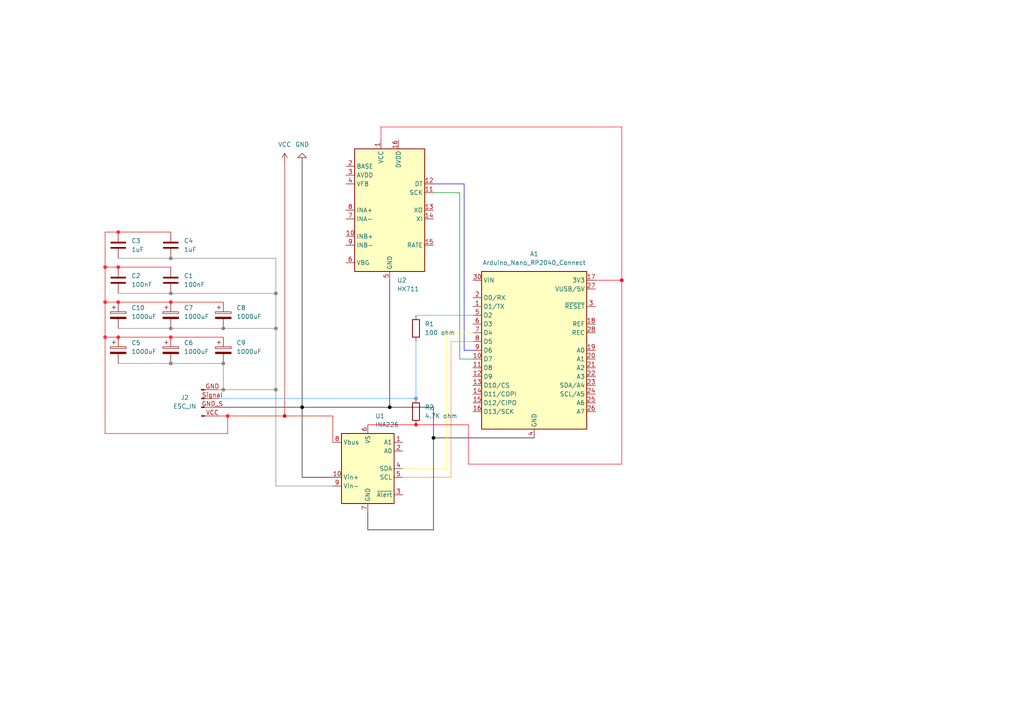
<source format=kicad_sch>
(kicad_sch (version 20250114) (generator "eeschema") (generator_version "9.0")
  (paper "A4")
  (lib_symbols
    (symbol "Analog_ADC:HX711"
      (property "Reference" "U2" (at 2.1433 -20.32 0))
      (property "Value" "HX711" (at 2.1433 -22.86 0))
      (symbol "HX711_0_1"
        (rectangle (start -10.16 17.78) (end 10.16 -17.78) (stroke (width 0.254)) (fill (type background)))
      )
      (symbol "HX711_1_1"
        (pin passive line (at -12.7 12.7 0) (length 2.54) (name "BASE") (number "2"))
        (pin power_in line (at -12.7 10.16 0) (length 2.54) (name "AVDD") (number "3"))
        (pin input line (at -12.7 7.62 0) (length 2.54) (name "VFB") (number "4"))
        (pin input line (at -12.7 0 0) (length 2.54) (name "INA+") (number "8"))
        (pin input line (at -12.7 -2.54 0) (length 2.54) (name "INA-") (number "7"))
        (pin input line (at -12.7 -7.62 0) (length 2.54) (name "INB+") (number "10"))
        (pin input line (at -12.7 -10.16 0) (length 2.54) (name "INB-") (number "9"))
        (pin passive line (at -12.7 -15.24 0) (length 2.54) (name "VBG") (number "6"))
        (pin power_in line (at -2.54 20.32 270) (length 2.54) (name "VCC") (number "1"))
        (pin power_in line (at 0 -20.32 90) (length 2.54) (name "GND") (number "5"))
        (pin power_in line (at 2.54 20.32 270) (length 2.54) (name "DVDD") (number "16"))
        (pin output line (at 12.7 7.62 180) (length 2.54) (name "DT") (number "12"))
        (pin input line (at 12.7 5.08 180) (length 2.54) (name "SCK") (number "11"))
        (pin passive line (at 12.7 0 180) (length 2.54) (name "XO") (number "13"))
        (pin passive line (at 12.7 -2.54 180) (length 2.54) (name "XI") (number "14"))
        (pin input line (at 12.7 -10.16 180) (length 2.54) (name "RATE") (number "15"))
      )
    )
    (symbol "C_Polarized_1" (pin_numbers (hide yes)) (pin_names (offset 0.254) (hide yes))
      (property "Reference" "C" (at 0.635 2.54 0))
      (property "Value" "C_Polarized" (at 0.635 -2.54 0))
      (symbol "C_Polarized_1_0_1"
        (rectangle (start -2.286 0.508) (end 2.286 1.016))
        (polyline (pts (xy -1.778 2.286) (xy -0.762 2.286)))
        (polyline (pts (xy -1.27 2.794) (xy -1.27 1.778)))
        (rectangle (start 2.286 -0.508) (end -2.286 -1.016) (fill (type outline)))
      )
      (symbol "C_Polarized_1_1_1"
        (pin passive line (at 0 3.81 270) (length 2.794) (name "~") (number "1"))
        (pin passive line (at 0 -3.81 90) (length 2.794) (name "~") (number "2"))
      )
    )
    (symbol "Conn_01x04_Pin_1" (pin_names (offset 1.016) (hide yes))
      (property "Reference" "J2" (at 0.635 7.62 0))
      (property "Value" "ESC_IN" (at 0.635 5.08 0))
      (symbol "Conn_01x04_Pin_1_1_1"
        (rectangle (start 0.8636 2.667) (end 0 2.413) (stroke (width 0.1524)) (fill (type outline)))
        (rectangle (start 0.8636 0.127) (end 0 -0.127) (stroke (width 0.1524)) (fill (type outline)))
        (rectangle (start 0.8636 -2.413) (end 0 -2.667) (stroke (width 0.1524)) (fill (type outline)))
        (rectangle (start 0.8636 -4.953) (end 0 -5.207) (stroke (width 0.1524)) (fill (type outline)))
        (polyline (pts (xy 1.27 2.54) (xy 0.8636 2.54)) (stroke (width 0.1524)))
        (polyline (pts (xy 1.27 0) (xy 0.8636 0)) (stroke (width 0.1524)))
        (polyline (pts (xy 1.27 -2.54) (xy 0.8636 -2.54)) (stroke (width 0.1524)))
        (polyline (pts (xy 1.27 -5.08) (xy 0.8636 -5.08)) (stroke (width 0.1524)))
        (pin passive line (at 5.08 2.54 180) (length 3.81) (name "Pin_1") (number "GND"))
        (pin passive line (at 5.08 0 180) (length 3.81) (name "Pin_2") (number "Signal"))
        (pin passive line (at 5.08 -2.54 180) (length 3.81) (name "Pin_3") (number "GND_S"))
        (pin passive line (at 5.08 -5.08 180) (length 3.81) (name "Pin_4") (number "VCC"))
      )
    )
    (symbol "Device:C" (pin_numbers (hide yes)) (pin_names (offset 0.254))
      (property "Reference" "C" (at 0.635 2.54 0))
      (property "Value" "C" (at 0.635 -2.54 0))
      (symbol "C_0_1"
        (polyline (pts (xy -2.032 0.762) (xy 2.032 0.762)) (stroke (width 0.508)))
        (polyline (pts (xy -2.032 -0.762) (xy 2.032 -0.762)) (stroke (width 0.508)))
      )
      (symbol "C_1_1"
        (pin passive line (at 0 3.81 270) (length 2.794) (name "~") (number "1"))
        (pin passive line (at 0 -3.81 90) (length 2.794) (name "~") (number "2"))
      )
    )
    (symbol "Device:C_Polarized" (pin_numbers (hide yes)) (pin_names (offset 0.254))
      (property "Reference" "C" (at 0.635 2.54 0))
      (property "Value" "C_Polarized" (at 0.635 -2.54 0))
      (symbol "C_Polarized_0_1"
        (rectangle (start -2.286 0.508) (end 2.286 1.016))
        (polyline (pts (xy -1.778 2.286) (xy -0.762 2.286)))
        (polyline (pts (xy -1.27 2.794) (xy -1.27 1.778)))
        (rectangle (start 2.286 -0.508) (end -2.286 -1.016) (fill (type outline)))
      )
      (symbol "C_Polarized_1_1"
        (pin passive line (at 0 3.81 270) (length 2.794) (name "~") (number "1"))
        (pin passive line (at 0 -3.81 90) (length 2.794) (name "~") (number "2"))
      )
    )
    (symbol "Device:R" (pin_numbers (hide yes)) (pin_names (offset 0))
      (property "Reference" "R" (at 2.032 0 90))
      (property "Value" "R" (at 0 0 90))
      (symbol "R_0_1"
        (rectangle (start -1.016 -2.54) (end 1.016 2.54) (stroke (width 0.254)))
      )
      (symbol "R_1_1"
        (pin passive line (at 0 3.81 270) (length 1.27) (name "~") (number "1"))
        (pin passive line (at 0 -3.81 90) (length 1.27) (name "~") (number "2"))
      )
    )
    (symbol "MCU_Module:Arduino_Nano_RP2040_Connect"
      (property "Reference" "A" (at -14.986 23.622 0))
      (property "Value" "Arduino_Nano_RP2040_Connect" (at 3.81 -25.654 0))
      (symbol "Arduino_Nano_RP2040_Connect_0_1"
        (rectangle (start -15.24 22.86) (end 15.24 -22.86) (stroke (width 0.254)) (fill (type background)))
      )
      (symbol "Arduino_Nano_RP2040_Connect_1_1"
        (pin power_in line (at -17.78 20.32 0) (length 2.54) (name "VIN") (number "30"))
        (pin bidirectional line (at -17.78 15.24 0) (length 2.54) (name "D0/RX") (number "2"))
        (pin bidirectional line (at -17.78 12.7 0) (length 2.54) (name "D1/TX") (number "1"))
        (pin bidirectional line (at -17.78 10.16 0) (length 2.54) (name "D2") (number "5"))
        (pin bidirectional line (at -17.78 7.62 0) (length 2.54) (name "D3") (number "6"))
        (pin bidirectional line (at -17.78 5.08 0) (length 2.54) (name "D4") (number "7"))
        (pin bidirectional line (at -17.78 2.54 0) (length 2.54) (name "D5") (number "8"))
        (pin bidirectional line (at -17.78 0 0) (length 2.54) (name "D6") (number "9"))
        (pin bidirectional line (at -17.78 -2.54 0) (length 2.54) (name "D7") (number "10"))
        (pin bidirectional line (at -17.78 -5.08 0) (length 2.54) (name "D8") (number "11"))
        (pin bidirectional line (at -17.78 -7.62 0) (length 2.54) (name "D9") (number "12"))
        (pin bidirectional line (at -17.78 -10.16 0) (length 2.54) (name "D10/CS") (number "13"))
        (pin bidirectional line (at -17.78 -12.7 0) (length 2.54) (name "D11/COPI") (number "14"))
        (pin bidirectional line (at -17.78 -15.24 0) (length 2.54) (name "D12/CIPO") (number "15"))
        (pin bidirectional line (at -17.78 -17.78 0) (length 2.54) (name "D13/SCK") (number "16"))
        (pin passive line (at 0 -25.4 90) (length 2.54) (hide yes) (name "GND") (number "29"))
        (pin power_in line (at 0 -25.4 90) (length 2.54) (name "GND") (number "4"))
        (pin power_out line (at 17.78 20.32 180) (length 2.54) (name "3V3") (number "17"))
        (pin power_out line (at 17.78 17.78 180) (length 2.54) (name "VUSB/5V") (number "27"))
        (pin input line (at 17.78 12.7 180) (length 2.54) (name "~{RESET}") (number "3"))
        (pin passive line (at 17.78 7.62 180) (length 2.54) (name "REF") (number "18"))
        (pin input line (at 17.78 5.08 180) (length 2.54) (name "REC") (number "28"))
        (pin bidirectional line (at 17.78 0 180) (length 2.54) (name "A0") (number "19"))
        (pin bidirectional line (at 17.78 -2.54 180) (length 2.54) (name "A1") (number "20"))
        (pin bidirectional line (at 17.78 -5.08 180) (length 2.54) (name "A2") (number "21"))
        (pin bidirectional line (at 17.78 -7.62 180) (length 2.54) (name "A3") (number "22"))
        (pin bidirectional line (at 17.78 -10.16 180) (length 2.54) (name "SDA/A4") (number "23"))
        (pin bidirectional line (at 17.78 -12.7 180) (length 2.54) (name "SCL/A5") (number "24"))
        (pin bidirectional line (at 17.78 -15.24 180) (length 2.54) (name "A6") (number "25"))
        (pin bidirectional line (at 17.78 -17.78 180) (length 2.54) (name "A7") (number "26"))
      )
    )
    (symbol "Sensor_Energy:INA226"
      (property "Reference" "U" (at -6.35 11.43 0))
      (property "Value" "INA226" (at 3.81 11.43 0))
      (symbol "INA226_0_1"
        (rectangle (start 7.62 10.16) (end -7.62 -10.16) (stroke (width 0.254)) (fill (type background)))
      )
      (symbol "INA226_1_1"
        (pin input line (at -10.16 7.62 0) (length 2.54) (name "Vbus") (number "8"))
        (pin input line (at -10.16 -2.54 0) (length 2.54) (name "Vin+") (number "10"))
        (pin input line (at -10.16 -5.08 0) (length 2.54) (name "Vin-") (number "9"))
        (pin power_in line (at 0 12.7 270) (length 2.54) (name "VS") (number "6"))
        (pin power_in line (at 0 -12.7 90) (length 2.54) (name "GND") (number "7"))
        (pin input line (at 10.16 7.62 180) (length 2.54) (name "A1") (number "1"))
        (pin input line (at 10.16 5.08 180) (length 2.54) (name "A0") (number "2"))
        (pin bidirectional line (at 10.16 0 180) (length 2.54) (name "SDA") (number "4"))
        (pin input line (at 10.16 -2.54 180) (length 2.54) (name "SCL") (number "5"))
        (pin open_collector line (at 10.16 -7.62 180) (length 2.54) (name "~{Alert}") (number "3"))
      )
    )
    (symbol "power:GND" (power) (pin_numbers (hide yes)) (pin_names (offset 0) (hide yes))
      (property "Value" "GND" (at 0 -3.81 0))
      (symbol "GND_0_1"
        (polyline (pts (xy 0 0) (xy 0 -1.27) (xy 1.27 -1.27) (xy 0 -2.54) (xy -1.27 -1.27) (xy 0 -1.27)))
      )
      (symbol "GND_1_1"
        (pin power_in line (at 0 0 270) (length 0) (name "~") (number "1"))
      )
    )
    (symbol "power:VCC" (power) (pin_numbers (hide yes)) (pin_names (offset 0) (hide yes))
      (property "Value" "VCC" (at 0 3.556 0))
      (symbol "VCC_0_1"
        (polyline (pts (xy -0.762 1.27) (xy 0 2.54)))
        (polyline (pts (xy 0 2.54) (xy 0.762 1.27)))
        (polyline (pts (xy 0 0) (xy 0 2.54)))
      )
      (symbol "VCC_1_1"
        (pin power_in line (at 0 0 90) (length 0) (name "~") (number "1"))
      )
    )
  )
  (junction (at 34.29 87.63) (color 255 38 41 1))
  (junction (at 80.01 85.09) (color 128 128 128 1))
  (junction (at 30.48 87.63) (color 255 38 41 1))
  (junction (at 30.48 97.79) (color 255 38 41 1))
  (junction (at 30.48 77.47) (color 255 38 41 1))
  (junction (at 49.53 87.63) (color 255 38 41 1))
  (junction (at 64.77 105.41) (color 128 128 128 1))
  (junction (at 34.29 77.47) (color 255 38 41 1))
  (junction (at 49.53 85.09) (color 128 128 128 1))
  (junction (at 113.03 118.11) (color 0 0 0 1))
  (junction (at 82.55 120.65) (color 228 12 0 1))
  (junction (at 80.01 95.25) (color 128 128 128 1))
  (junction (at 64.77 95.25) (color 128 128 128 1))
  (junction (at 34.29 67.31) (color 255 38 41 1))
  (junction (at 64.77 113.03) (color 128 128 128 1))
  (junction (at 49.53 95.25) (color 128 128 128 1))
  (junction (at 66.04 120.65) (color 255 38 41 1))
  (junction (at 180.34 81.28) (color 255 0 25 1))
  (junction (at 125.73 127) (color 0 0 0 1))
  (junction (at 49.53 74.93) (color 128 128 128 1))
  (junction (at 87.63 118.11) (color 0 0 0 1))
  (junction (at 120.65 123.19) (color 255 18 18 1))
  (junction (at 120.65 115.57) (color 69 160 255 1))
  (junction (at 49.53 105.41) (color 128 128 128 1))
  (junction (at 80.01 113.03) (color 128 128 128 1))
  (junction (at 34.29 97.79) (color 255 38 41 1))
  (junction (at 49.53 97.79) (color 255 38 41 1))
  (wire (pts (xy 34.29 105.41) (xy 49.53 105.41)) (stroke (width 0) (color 128 128 128 1)))
  (wire (pts (xy 110.49 36.83) (xy 180.34 36.83)) (stroke (width 0) (color 255 0 25 1)))
  (wire (pts (xy 120.65 115.57) (xy 63.5 115.57)) (stroke (width 0) (color 69 160 255 1)))
  (wire (pts (xy 80.01 74.93) (xy 80.01 85.09)) (stroke (width 0) (color 128 128 128 1)))
  (wire (pts (xy 49.53 95.25) (xy 64.77 95.25)) (stroke (width 0) (color 128 128 128 1)))
  (wire (pts (xy 106.68 153.67) (xy 106.68 148.59)) (stroke (width 0) (color 0 0 0 1)))
  (wire (pts (xy 110.49 40.64) (xy 110.49 36.83)) (stroke (width 0) (color 255 0 25 1)))
  (wire (pts (xy 120.65 91.44) (xy 137.16 91.44)) (stroke (width 0) (color 69 160 255 1)))
  (wire (pts (xy 125.73 127) (xy 125.73 153.67)) (stroke (width 0) (color 0 0 0 1)))
  (wire (pts (xy 135.89 123.19) (xy 135.89 134.62)) (stroke (width 0) (color 255 0 25 1)))
  (wire (pts (xy 87.63 118.11) (xy 113.03 118.11)) (stroke (width 0) (color 0 0 0 1)))
  (wire (pts (xy 64.77 113.03) (xy 80.01 113.03)) (stroke (width 0) (color 128 128 128 1)))
  (wire (pts (xy 134.62 53.34) (xy 134.62 101.6)) (stroke (width 0) (color 0 0 255 1)))
  (wire (pts (xy 63.5 113.03) (xy 64.77 113.03)) (stroke (width 0) (color 128 128 128 1)))
  (wire (pts (xy 49.53 105.41) (xy 64.77 105.41)) (stroke (width 0) (color 128 128 128 1)))
  (wire (pts (xy 87.63 138.43) (xy 96.52 138.43)) (stroke (width 0) (color 0 0 0 1)))
  (wire (pts (xy 125.73 55.88) (xy 133.35 55.88)))
  (wire (pts (xy 125.73 127) (xy 125.73 118.11)) (stroke (width 0) (color 0 0 0 1)))
  (wire (pts (xy 80.01 95.25) (xy 80.01 113.03)) (stroke (width 0) (color 128 128 128 1)))
  (wire (pts (xy 49.53 97.79) (xy 64.77 97.79)) (stroke (width 0) (color 228 12 0 1)))
  (wire (pts (xy 64.77 105.41) (xy 64.77 113.03)) (stroke (width 0) (color 128 128 128 1)))
  (wire (pts (xy 154.94 127) (xy 125.73 127)) (stroke (width 0) (color 0 0 0 1)))
  (wire (pts (xy 34.29 77.47) (xy 49.53 77.47)) (stroke (width 0) (color 228 12 0 1)))
  (wire (pts (xy 30.48 125.73) (xy 30.48 97.79)) (stroke (width 0) (color 228 12 0 1)))
  (wire (pts (xy 49.53 74.93) (xy 80.01 74.93)) (stroke (width 0) (color 128 128 128 1)))
  (wire (pts (xy 30.48 77.47) (xy 34.29 77.47)) (stroke (width 0) (color 228 12 0 1)))
  (wire (pts (xy 30.48 87.63) (xy 30.48 77.47)) (stroke (width 0) (color 228 12 0 1)))
  (wire (pts (xy 96.52 120.65) (xy 96.52 128.27)) (stroke (width 0) (color 228 12 0 1)))
  (wire (pts (xy 30.48 97.79) (xy 34.29 97.79)) (stroke (width 0) (color 228 12 0 1)))
  (wire (pts (xy 133.35 55.88) (xy 133.35 104.14)))
  (wire (pts (xy 130.81 138.43) (xy 130.81 99.06)) (stroke (width 0) (color 255 137 9 1)))
  (wire (pts (xy 125.73 118.11) (xy 113.03 118.11)) (stroke (width 0) (color 0 0 0 1)))
  (wire (pts (xy 125.73 53.34) (xy 134.62 53.34)) (stroke (width 0) (color 0 0 255 1)))
  (wire (pts (xy 87.63 46.99) (xy 87.63 118.11)) (stroke (width 0) (color 0 0 0 1)))
  (wire (pts (xy 87.63 118.11) (xy 87.63 138.43)) (stroke (width 0) (color 0 0 0 1)))
  (wire (pts (xy 66.04 125.73) (xy 30.48 125.73)) (stroke (width 0) (color 228 12 0 1)))
  (wire (pts (xy 180.34 36.83) (xy 180.34 81.28)) (stroke (width 0) (color 255 0 25 1)))
  (wire (pts (xy 130.81 99.06) (xy 137.16 99.06)) (stroke (width 0) (color 255 137 9 1)))
  (wire (pts (xy 80.01 113.03) (xy 80.01 140.97)) (stroke (width 0) (color 128 128 128 1)))
  (wire (pts (xy 34.29 85.09) (xy 49.53 85.09)) (stroke (width 0) (color 128 128 128 1)))
  (wire (pts (xy 113.03 81.28) (xy 113.03 118.11)) (stroke (width 0) (color 0 0 0 1)))
  (wire (pts (xy 34.29 87.63) (xy 49.53 87.63)) (stroke (width 0) (color 228 12 0 1)))
  (wire (pts (xy 82.55 120.65) (xy 96.52 120.65)) (stroke (width 0) (color 228 12 0 1)))
  (wire (pts (xy 63.5 118.11) (xy 87.63 118.11)) (stroke (width 0) (color 0 0 0 1)))
  (wire (pts (xy 34.29 67.31) (xy 49.53 67.31)) (stroke (width 0) (color 228 12 0 1)))
  (wire (pts (xy 96.52 140.97) (xy 80.01 140.97)) (stroke (width 0) (color 128 128 128 1)))
  (wire (pts (xy 34.29 74.93) (xy 49.53 74.93)) (stroke (width 0) (color 128 128 128 1)))
  (wire (pts (xy 82.55 46.99) (xy 82.55 120.65)) (stroke (width 0) (color 228 12 0 1)))
  (wire (pts (xy 172.72 81.28) (xy 180.34 81.28)) (stroke (width 0) (color 255 0 25 1)))
  (wire (pts (xy 133.35 104.14) (xy 137.16 104.14)))
  (wire (pts (xy 30.48 77.47) (xy 30.48 67.31)) (stroke (width 0) (color 228 12 0 1)))
  (wire (pts (xy 64.77 95.25) (xy 80.01 95.25)) (stroke (width 0) (color 128 128 128 1)))
  (wire (pts (xy 63.5 120.65) (xy 66.04 120.65)) (stroke (width 0) (color 228 12 0 1)))
  (wire (pts (xy 180.34 81.28) (xy 180.34 134.62)) (stroke (width 0) (color 255 0 25 1)))
  (wire (pts (xy 135.89 134.62) (xy 180.34 134.62)) (stroke (width 0) (color 255 0 25 1)))
  (wire (pts (xy 80.01 85.09) (xy 80.01 95.25)) (stroke (width 0) (color 128 128 128 1)))
  (wire (pts (xy 129.54 135.89) (xy 129.54 96.52)) (stroke (width 0) (color 255 247 72 1)))
  (wire (pts (xy 34.29 95.25) (xy 49.53 95.25)) (stroke (width 0) (color 128 128 128 1)))
  (wire (pts (xy 116.84 138.43) (xy 130.81 138.43)) (stroke (width 0) (color 255 137 9 1)))
  (wire (pts (xy 30.48 87.63) (xy 34.29 87.63)) (stroke (width 0) (color 228 12 0 1)))
  (wire (pts (xy 66.04 120.65) (xy 82.55 120.65)) (stroke (width 0) (color 228 12 0 1)))
  (wire (pts (xy 30.48 67.31) (xy 34.29 67.31)) (stroke (width 0) (color 228 12 0 1)))
  (wire (pts (xy 66.04 120.65) (xy 66.04 125.73)) (stroke (width 0) (color 228 12 0 1)))
  (wire (pts (xy 49.53 85.09) (xy 80.01 85.09)) (stroke (width 0) (color 128 128 128 1)))
  (wire (pts (xy 134.62 101.6) (xy 137.16 101.6)) (stroke (width 0) (color 0 0 255 1)))
  (wire (pts (xy 116.84 135.89) (xy 129.54 135.89)) (stroke (width 0) (color 255 247 72 1)))
  (wire (pts (xy 129.54 96.52) (xy 137.16 96.52)) (stroke (width 0) (color 255 247 72 1)))
  (wire (pts (xy 106.68 123.19) (xy 120.65 123.19)) (stroke (width 0) (color 255 0 25 1)))
  (wire (pts (xy 34.29 97.79) (xy 49.53 97.79)) (stroke (width 0) (color 228 12 0 1)))
  (wire (pts (xy 49.53 87.63) (xy 64.77 87.63)) (stroke (width 0) (color 228 12 0 1)))
  (wire (pts (xy 120.65 99.06) (xy 120.65 115.57)) (stroke (width 0) (color 69 160 255 1)))
  (wire (pts (xy 120.65 123.19) (xy 135.89 123.19)) (stroke (width 0) (color 255 0 25 1)))
  (wire (pts (xy 30.48 97.79) (xy 30.48 87.63)) (stroke (width 0) (color 228 12 0 1)))
  (wire (pts (xy 125.73 153.67) (xy 106.68 153.67)) (stroke (width 0) (color 0 0 0 1)))
  (symbol (lib_id "MCU_Module:Arduino_Nano_RP2040_Connect") (at 154.94 101.6 0) (unit 1)
    (property "Reference" "A1" (at 154.94 73.66 0))
    (property "Value" "Arduino_Nano_RP2040_Connect" (at 154.94 76.2 0))
    (property "Footprint" "Module:Arduino_Nano" (effects (hide yes)))
    (property "Datasheet" "https://docs.arduino.cc/resources/datasheets/ABX00053-datasheet.pdf" (effects (hide yes)))
    (property "Description" "Arduino Nano board based on the RP2040 microcontroller with a dual-core 133 MHz ARM Cortex-M0+ processor, 264 kB SRAM, and up to 16 MB flash memory. Operates at 3.3V, with 5V Micro USB input and 4-20V VIN. Features Wi-Fi®, Bluetooth® LE, digital and analog pins, and supports SPI, I2C, UART, and PIO. Includes a 6-axis IMU, RGB LED, microphone, and cryptographic chip for secure communication." (effects (hide yes)))
  )
  (symbol (lib_id "Device:C") (at 34.29 81.28 0) (unit 1)
    (property "Reference" "C2" (at 38.1 80.0099 0) (effects (justify left)))
    (property "Value" "100nF" (at 38.1 82.5499 0) (effects (justify left)))
    (property "Description" "Unpolarized capacitor" (effects (hide yes)))
  )
  (symbol (lib_id "Analog_ADC:HX711") (at 113.03 60.96 0) (unit 1)
    (property "Reference" "U2" (at 115.1733 81.28 0) (effects (justify left)))
    (property "Value" "HX711" (at 115.1733 83.82 0) (effects (justify left)))
    (property "Footprint" "Package_SO:SOP-16_3.9x9.9mm_P1.27mm" (effects (hide yes)))
    (property "Datasheet" "https://web.archive.org/web/20220615044707/https://akizukidenshi.com/download/ds/avia/hx711.pdf" (effects (hide yes)))
    (property "Description" "24-Bit Analog-to-Digital Converter (ADC) for Weight Scales" (effects (hide yes)))
  )
  (symbol (lib_id "power:GND") (at 87.63 46.99 180) (unit 1)
    (property "Reference" "#PWR04" (effects (hide yes)))
    (property "Value" "GND" (at 87.63 41.91 0))
    (property "Description" "Power symbol creates a global label with name \"GND\" , ground" (effects (hide yes)))
  )
  (symbol (lib_id "Device:C_Polarized") (at 49.53 91.44 0) (unit 1)
    (property "Reference" "C7" (at 53.34 89.2809 0) (effects (justify left)))
    (property "Value" "1000uF" (at 53.34 91.8209 0) (effects (justify left)))
    (property "Description" "Polarized capacitor" (effects (hide yes)))
  )
  (symbol (lib_id "Device:C_Polarized") (at 49.53 101.6 0) (unit 1)
    (property "Reference" "C6" (at 53.34 99.4409 0) (effects (justify left)))
    (property "Value" "1000uF" (at 53.34 101.9809 0) (effects (justify left)))
    (property "Description" "Polarized capacitor" (effects (hide yes)))
  )
  (symbol (lib_id "Device:C") (at 49.53 81.28 0) (unit 1)
    (property "Reference" "C1" (at 53.34 80.0099 0) (effects (justify left)))
    (property "Value" "100nF" (at 53.34 82.5499 0) (effects (justify left)))
    (property "Description" "Unpolarized capacitor" (effects (hide yes)))
  )
  (symbol (lib_id "Device:C_Polarized") (at 34.29 101.6 0) (unit 1)
    (property "Reference" "C5" (at 38.1 99.4409 0) (effects (justify left)))
    (property "Value" "1000uF" (at 38.1 101.9809 0) (effects (justify left)))
    (property "Description" "Polarized capacitor" (effects (hide yes)))
  )
  (symbol (lib_id "power:VCC") (at 82.55 46.99 0) (unit 1)
    (property "Reference" "#PWR03" (effects (hide yes)))
    (property "Value" "VCC" (at 82.55 41.91 0))
    (property "Description" "Power symbol creates a global label with name \"VCC\"" (effects (hide yes)))
  )
  (symbol (lib_id "Device:R") (at 120.65 119.38 0) (unit 1)
    (property "Reference" "R2" (at 123.19 118.1099 0) (effects (justify left)))
    (property "Value" "4.7K ohm" (at 123.19 120.6499 0) (effects (justify left)))
    (property "Footprint" "Resistor_THT:R_Axial_DIN0207_L6.3mm_D2.5mm_P5.08mm_Vertical" (effects (hide yes)))
    (property "Description" "Resistor" (effects (hide yes)))
  )
  (symbol (lib_id "Device:C_Polarized") (at 34.29 91.44 0) (unit 1)
    (property "Reference" "C10" (at 38.1 89.2809 0) (effects (justify left)))
    (property "Value" "1000uF" (at 38.1 91.8209 0) (effects (justify left)))
    (property "Description" "Polarized capacitor" (effects (hide yes)))
  )
  (symbol (lib_name "C_Polarized_1") (lib_id "Device:C_Polarized") (at 64.77 91.44 0) (unit 1)
    (property "Reference" "C8" (at 68.58 89.2809 0) (effects (justify left)))
    (property "Value" "1000uF" (at 68.58 91.8209 0) (effects (justify left)))
    (property "Description" "Polarized capacitor" (effects (hide yes)))
  )
  (symbol (lib_id "Device:C") (at 49.53 71.12 0) (unit 1)
    (property "Reference" "C4" (at 53.34 69.8499 0) (effects (justify left)))
    (property "Value" "1uF" (at 53.34 72.3899 0) (effects (justify left)))
    (property "Description" "Unpolarized capacitor" (effects (hide yes)))
  )
  (symbol (lib_id "Device:C_Polarized") (at 64.77 101.6 0) (unit 1)
    (property "Reference" "C9" (at 68.58 99.4409 0) (effects (justify left)))
    (property "Value" "1000uF" (at 68.58 101.9809 0) (effects (justify left)))
    (property "Description" "Polarized capacitor" (effects (hide yes)))
  )
  (symbol (lib_id "Device:R") (at 120.65 95.25 0) (unit 1)
    (property "Reference" "R1" (at 123.19 93.9799 0) (effects (justify left)))
    (property "Value" "100 ohm" (at 123.19 96.5199 0) (effects (justify left)))
    (property "Footprint" "Resistor_THT:R_Axial_DIN0207_L6.3mm_D2.5mm_P5.08mm_Vertical" (effects (hide yes)))
    (property "Description" "Resistor" (effects (hide yes)))
  )
  (symbol (lib_id "Device:C") (at 34.29 71.12 0) (unit 1)
    (property "Reference" "C3" (at 38.1 69.8499 0) (effects (justify left)))
    (property "Value" "1uF" (at 38.1 72.3899 0) (effects (justify left)))
    (property "Description" "Unpolarized capacitor" (effects (hide yes)))
  )
  (symbol (lib_id "Sensor_Energy:INA226") (at 106.68 135.89 0) (unit 1)
    (property "Reference" "U1" (at 108.8233 120.65 0) (effects (justify left)))
    (property "Value" "INA226" (at 108.8233 123.19 0) (effects (justify left)))
    (property "Footprint" "Package_SO:VSSOP-10_3x3mm_P0.5mm" (effects (hide yes)))
    (property "Datasheet" "http://www.ti.com/lit/ds/symlink/ina226.pdf" (effects (hide yes)))
    (property "Description" "High-Side or Low-Side Measurement, Bi-Directional Current and Power Monitor (0-36V) with I2C Compatible Interface, VSSOP-10" (effects (hide yes)))
  )
  (symbol (lib_name "Conn_01x04_Pin_1") (lib_id "Connector:Conn_01x04_Pin") (at 58.42 115.57 0) (unit 1)
    (property "Reference" "J2" (at 53.594 115.316 0))
    (property "Value" "ESC_IN" (at 53.594 117.856 0))
    (property "Footprint" "Connector_PinHeader_2.00mm:PinHeader_1x04_P2.00mm_Vertical" (effects (hide yes)))
    (property "Description" "Generic connector, single row, 01x04, script generated" (effects (hide yes)))
  )
)
</source>
